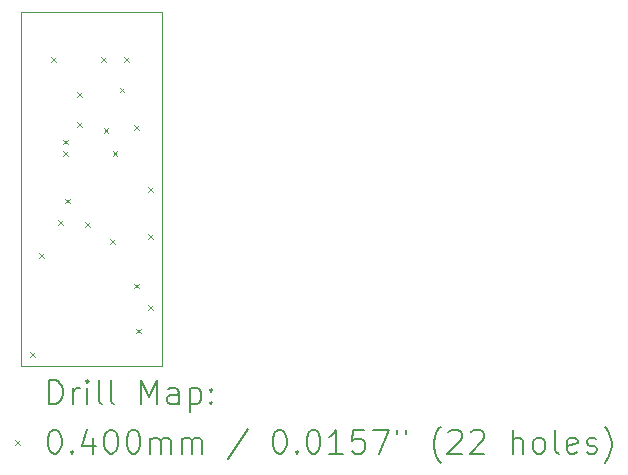
<source format=gbr>
%TF.GenerationSoftware,KiCad,Pcbnew,7.0.1*%
%TF.CreationDate,2024-02-21T11:36:50-08:00*%
%TF.ProjectId,G305_lipo_PMIC,47333035-5f6c-4697-906f-5f504d49432e,rev?*%
%TF.SameCoordinates,Original*%
%TF.FileFunction,Drillmap*%
%TF.FilePolarity,Positive*%
%FSLAX45Y45*%
G04 Gerber Fmt 4.5, Leading zero omitted, Abs format (unit mm)*
G04 Created by KiCad (PCBNEW 7.0.1) date 2024-02-21 11:36:50*
%MOMM*%
%LPD*%
G01*
G04 APERTURE LIST*
%ADD10C,0.100000*%
%ADD11C,0.200000*%
%ADD12C,0.040000*%
G04 APERTURE END LIST*
D10*
X11200000Y-7000000D02*
X10000000Y-7000000D01*
X11200000Y-10000000D02*
X11200000Y-7000000D01*
X10000000Y-7000000D02*
X10000000Y-10000000D01*
X10000000Y-10000000D02*
X11200000Y-10000000D01*
D11*
D12*
X10080000Y-9880000D02*
X10120000Y-9920000D01*
X10120000Y-9880000D02*
X10080000Y-9920000D01*
X10160000Y-9040000D02*
X10200000Y-9080000D01*
X10200000Y-9040000D02*
X10160000Y-9080000D01*
X10260000Y-7380000D02*
X10300000Y-7420000D01*
X10300000Y-7380000D02*
X10260000Y-7420000D01*
X10320000Y-8760000D02*
X10360000Y-8800000D01*
X10360000Y-8760000D02*
X10320000Y-8800000D01*
X10360000Y-8080000D02*
X10400000Y-8120000D01*
X10400000Y-8080000D02*
X10360000Y-8120000D01*
X10360000Y-8180000D02*
X10400000Y-8220000D01*
X10400000Y-8180000D02*
X10360000Y-8220000D01*
X10380000Y-8580000D02*
X10420000Y-8620000D01*
X10420000Y-8580000D02*
X10380000Y-8620000D01*
X10480000Y-7680000D02*
X10520000Y-7720000D01*
X10520000Y-7680000D02*
X10480000Y-7720000D01*
X10480000Y-7930000D02*
X10520000Y-7970000D01*
X10520000Y-7930000D02*
X10480000Y-7970000D01*
X10547450Y-8780000D02*
X10587450Y-8820000D01*
X10587450Y-8780000D02*
X10547450Y-8820000D01*
X10680000Y-7380000D02*
X10720000Y-7420000D01*
X10720000Y-7380000D02*
X10680000Y-7420000D01*
X10705000Y-7980000D02*
X10745000Y-8020000D01*
X10745000Y-7980000D02*
X10705000Y-8020000D01*
X10760000Y-8920000D02*
X10800000Y-8960000D01*
X10800000Y-8920000D02*
X10760000Y-8960000D01*
X10780000Y-8180000D02*
X10820000Y-8220000D01*
X10820000Y-8180000D02*
X10780000Y-8220000D01*
X10840000Y-7640000D02*
X10880000Y-7680000D01*
X10880000Y-7640000D02*
X10840000Y-7680000D01*
X10880000Y-7380000D02*
X10920000Y-7420000D01*
X10920000Y-7380000D02*
X10880000Y-7420000D01*
X10960000Y-7960000D02*
X11000000Y-8000000D01*
X11000000Y-7960000D02*
X10960000Y-8000000D01*
X10960000Y-9300000D02*
X11000000Y-9340000D01*
X11000000Y-9300000D02*
X10960000Y-9340000D01*
X10980000Y-9680000D02*
X11020000Y-9720000D01*
X11020000Y-9680000D02*
X10980000Y-9720000D01*
X11080000Y-8480000D02*
X11120000Y-8520000D01*
X11120000Y-8480000D02*
X11080000Y-8520000D01*
X11080000Y-8880000D02*
X11120000Y-8920000D01*
X11120000Y-8880000D02*
X11080000Y-8920000D01*
X11080000Y-9480000D02*
X11120000Y-9520000D01*
X11120000Y-9480000D02*
X11080000Y-9520000D01*
D11*
X10242619Y-10317524D02*
X10242619Y-10117524D01*
X10242619Y-10117524D02*
X10290238Y-10117524D01*
X10290238Y-10117524D02*
X10318810Y-10127048D01*
X10318810Y-10127048D02*
X10337857Y-10146095D01*
X10337857Y-10146095D02*
X10347381Y-10165143D01*
X10347381Y-10165143D02*
X10356905Y-10203238D01*
X10356905Y-10203238D02*
X10356905Y-10231810D01*
X10356905Y-10231810D02*
X10347381Y-10269905D01*
X10347381Y-10269905D02*
X10337857Y-10288952D01*
X10337857Y-10288952D02*
X10318810Y-10308000D01*
X10318810Y-10308000D02*
X10290238Y-10317524D01*
X10290238Y-10317524D02*
X10242619Y-10317524D01*
X10442619Y-10317524D02*
X10442619Y-10184190D01*
X10442619Y-10222286D02*
X10452143Y-10203238D01*
X10452143Y-10203238D02*
X10461667Y-10193714D01*
X10461667Y-10193714D02*
X10480714Y-10184190D01*
X10480714Y-10184190D02*
X10499762Y-10184190D01*
X10566429Y-10317524D02*
X10566429Y-10184190D01*
X10566429Y-10117524D02*
X10556905Y-10127048D01*
X10556905Y-10127048D02*
X10566429Y-10136571D01*
X10566429Y-10136571D02*
X10575952Y-10127048D01*
X10575952Y-10127048D02*
X10566429Y-10117524D01*
X10566429Y-10117524D02*
X10566429Y-10136571D01*
X10690238Y-10317524D02*
X10671190Y-10308000D01*
X10671190Y-10308000D02*
X10661667Y-10288952D01*
X10661667Y-10288952D02*
X10661667Y-10117524D01*
X10795000Y-10317524D02*
X10775952Y-10308000D01*
X10775952Y-10308000D02*
X10766429Y-10288952D01*
X10766429Y-10288952D02*
X10766429Y-10117524D01*
X11023571Y-10317524D02*
X11023571Y-10117524D01*
X11023571Y-10117524D02*
X11090238Y-10260381D01*
X11090238Y-10260381D02*
X11156905Y-10117524D01*
X11156905Y-10117524D02*
X11156905Y-10317524D01*
X11337857Y-10317524D02*
X11337857Y-10212762D01*
X11337857Y-10212762D02*
X11328333Y-10193714D01*
X11328333Y-10193714D02*
X11309286Y-10184190D01*
X11309286Y-10184190D02*
X11271190Y-10184190D01*
X11271190Y-10184190D02*
X11252143Y-10193714D01*
X11337857Y-10308000D02*
X11318809Y-10317524D01*
X11318809Y-10317524D02*
X11271190Y-10317524D01*
X11271190Y-10317524D02*
X11252143Y-10308000D01*
X11252143Y-10308000D02*
X11242619Y-10288952D01*
X11242619Y-10288952D02*
X11242619Y-10269905D01*
X11242619Y-10269905D02*
X11252143Y-10250857D01*
X11252143Y-10250857D02*
X11271190Y-10241333D01*
X11271190Y-10241333D02*
X11318809Y-10241333D01*
X11318809Y-10241333D02*
X11337857Y-10231810D01*
X11433095Y-10184190D02*
X11433095Y-10384190D01*
X11433095Y-10193714D02*
X11452143Y-10184190D01*
X11452143Y-10184190D02*
X11490238Y-10184190D01*
X11490238Y-10184190D02*
X11509286Y-10193714D01*
X11509286Y-10193714D02*
X11518809Y-10203238D01*
X11518809Y-10203238D02*
X11528333Y-10222286D01*
X11528333Y-10222286D02*
X11528333Y-10279429D01*
X11528333Y-10279429D02*
X11518809Y-10298476D01*
X11518809Y-10298476D02*
X11509286Y-10308000D01*
X11509286Y-10308000D02*
X11490238Y-10317524D01*
X11490238Y-10317524D02*
X11452143Y-10317524D01*
X11452143Y-10317524D02*
X11433095Y-10308000D01*
X11614048Y-10298476D02*
X11623571Y-10308000D01*
X11623571Y-10308000D02*
X11614048Y-10317524D01*
X11614048Y-10317524D02*
X11604524Y-10308000D01*
X11604524Y-10308000D02*
X11614048Y-10298476D01*
X11614048Y-10298476D02*
X11614048Y-10317524D01*
X11614048Y-10193714D02*
X11623571Y-10203238D01*
X11623571Y-10203238D02*
X11614048Y-10212762D01*
X11614048Y-10212762D02*
X11604524Y-10203238D01*
X11604524Y-10203238D02*
X11614048Y-10193714D01*
X11614048Y-10193714D02*
X11614048Y-10212762D01*
D12*
X9955000Y-10625000D02*
X9995000Y-10665000D01*
X9995000Y-10625000D02*
X9955000Y-10665000D01*
D11*
X10280714Y-10537524D02*
X10299762Y-10537524D01*
X10299762Y-10537524D02*
X10318810Y-10547048D01*
X10318810Y-10547048D02*
X10328333Y-10556571D01*
X10328333Y-10556571D02*
X10337857Y-10575619D01*
X10337857Y-10575619D02*
X10347381Y-10613714D01*
X10347381Y-10613714D02*
X10347381Y-10661333D01*
X10347381Y-10661333D02*
X10337857Y-10699429D01*
X10337857Y-10699429D02*
X10328333Y-10718476D01*
X10328333Y-10718476D02*
X10318810Y-10728000D01*
X10318810Y-10728000D02*
X10299762Y-10737524D01*
X10299762Y-10737524D02*
X10280714Y-10737524D01*
X10280714Y-10737524D02*
X10261667Y-10728000D01*
X10261667Y-10728000D02*
X10252143Y-10718476D01*
X10252143Y-10718476D02*
X10242619Y-10699429D01*
X10242619Y-10699429D02*
X10233095Y-10661333D01*
X10233095Y-10661333D02*
X10233095Y-10613714D01*
X10233095Y-10613714D02*
X10242619Y-10575619D01*
X10242619Y-10575619D02*
X10252143Y-10556571D01*
X10252143Y-10556571D02*
X10261667Y-10547048D01*
X10261667Y-10547048D02*
X10280714Y-10537524D01*
X10433095Y-10718476D02*
X10442619Y-10728000D01*
X10442619Y-10728000D02*
X10433095Y-10737524D01*
X10433095Y-10737524D02*
X10423571Y-10728000D01*
X10423571Y-10728000D02*
X10433095Y-10718476D01*
X10433095Y-10718476D02*
X10433095Y-10737524D01*
X10614048Y-10604190D02*
X10614048Y-10737524D01*
X10566429Y-10528000D02*
X10518810Y-10670857D01*
X10518810Y-10670857D02*
X10642619Y-10670857D01*
X10756905Y-10537524D02*
X10775952Y-10537524D01*
X10775952Y-10537524D02*
X10795000Y-10547048D01*
X10795000Y-10547048D02*
X10804524Y-10556571D01*
X10804524Y-10556571D02*
X10814048Y-10575619D01*
X10814048Y-10575619D02*
X10823571Y-10613714D01*
X10823571Y-10613714D02*
X10823571Y-10661333D01*
X10823571Y-10661333D02*
X10814048Y-10699429D01*
X10814048Y-10699429D02*
X10804524Y-10718476D01*
X10804524Y-10718476D02*
X10795000Y-10728000D01*
X10795000Y-10728000D02*
X10775952Y-10737524D01*
X10775952Y-10737524D02*
X10756905Y-10737524D01*
X10756905Y-10737524D02*
X10737857Y-10728000D01*
X10737857Y-10728000D02*
X10728333Y-10718476D01*
X10728333Y-10718476D02*
X10718810Y-10699429D01*
X10718810Y-10699429D02*
X10709286Y-10661333D01*
X10709286Y-10661333D02*
X10709286Y-10613714D01*
X10709286Y-10613714D02*
X10718810Y-10575619D01*
X10718810Y-10575619D02*
X10728333Y-10556571D01*
X10728333Y-10556571D02*
X10737857Y-10547048D01*
X10737857Y-10547048D02*
X10756905Y-10537524D01*
X10947381Y-10537524D02*
X10966429Y-10537524D01*
X10966429Y-10537524D02*
X10985476Y-10547048D01*
X10985476Y-10547048D02*
X10995000Y-10556571D01*
X10995000Y-10556571D02*
X11004524Y-10575619D01*
X11004524Y-10575619D02*
X11014048Y-10613714D01*
X11014048Y-10613714D02*
X11014048Y-10661333D01*
X11014048Y-10661333D02*
X11004524Y-10699429D01*
X11004524Y-10699429D02*
X10995000Y-10718476D01*
X10995000Y-10718476D02*
X10985476Y-10728000D01*
X10985476Y-10728000D02*
X10966429Y-10737524D01*
X10966429Y-10737524D02*
X10947381Y-10737524D01*
X10947381Y-10737524D02*
X10928333Y-10728000D01*
X10928333Y-10728000D02*
X10918810Y-10718476D01*
X10918810Y-10718476D02*
X10909286Y-10699429D01*
X10909286Y-10699429D02*
X10899762Y-10661333D01*
X10899762Y-10661333D02*
X10899762Y-10613714D01*
X10899762Y-10613714D02*
X10909286Y-10575619D01*
X10909286Y-10575619D02*
X10918810Y-10556571D01*
X10918810Y-10556571D02*
X10928333Y-10547048D01*
X10928333Y-10547048D02*
X10947381Y-10537524D01*
X11099762Y-10737524D02*
X11099762Y-10604190D01*
X11099762Y-10623238D02*
X11109286Y-10613714D01*
X11109286Y-10613714D02*
X11128333Y-10604190D01*
X11128333Y-10604190D02*
X11156905Y-10604190D01*
X11156905Y-10604190D02*
X11175952Y-10613714D01*
X11175952Y-10613714D02*
X11185476Y-10632762D01*
X11185476Y-10632762D02*
X11185476Y-10737524D01*
X11185476Y-10632762D02*
X11195000Y-10613714D01*
X11195000Y-10613714D02*
X11214048Y-10604190D01*
X11214048Y-10604190D02*
X11242619Y-10604190D01*
X11242619Y-10604190D02*
X11261667Y-10613714D01*
X11261667Y-10613714D02*
X11271190Y-10632762D01*
X11271190Y-10632762D02*
X11271190Y-10737524D01*
X11366429Y-10737524D02*
X11366429Y-10604190D01*
X11366429Y-10623238D02*
X11375952Y-10613714D01*
X11375952Y-10613714D02*
X11395000Y-10604190D01*
X11395000Y-10604190D02*
X11423571Y-10604190D01*
X11423571Y-10604190D02*
X11442619Y-10613714D01*
X11442619Y-10613714D02*
X11452143Y-10632762D01*
X11452143Y-10632762D02*
X11452143Y-10737524D01*
X11452143Y-10632762D02*
X11461667Y-10613714D01*
X11461667Y-10613714D02*
X11480714Y-10604190D01*
X11480714Y-10604190D02*
X11509286Y-10604190D01*
X11509286Y-10604190D02*
X11528333Y-10613714D01*
X11528333Y-10613714D02*
X11537857Y-10632762D01*
X11537857Y-10632762D02*
X11537857Y-10737524D01*
X11928333Y-10528000D02*
X11756905Y-10785143D01*
X12185476Y-10537524D02*
X12204524Y-10537524D01*
X12204524Y-10537524D02*
X12223572Y-10547048D01*
X12223572Y-10547048D02*
X12233095Y-10556571D01*
X12233095Y-10556571D02*
X12242619Y-10575619D01*
X12242619Y-10575619D02*
X12252143Y-10613714D01*
X12252143Y-10613714D02*
X12252143Y-10661333D01*
X12252143Y-10661333D02*
X12242619Y-10699429D01*
X12242619Y-10699429D02*
X12233095Y-10718476D01*
X12233095Y-10718476D02*
X12223572Y-10728000D01*
X12223572Y-10728000D02*
X12204524Y-10737524D01*
X12204524Y-10737524D02*
X12185476Y-10737524D01*
X12185476Y-10737524D02*
X12166429Y-10728000D01*
X12166429Y-10728000D02*
X12156905Y-10718476D01*
X12156905Y-10718476D02*
X12147381Y-10699429D01*
X12147381Y-10699429D02*
X12137857Y-10661333D01*
X12137857Y-10661333D02*
X12137857Y-10613714D01*
X12137857Y-10613714D02*
X12147381Y-10575619D01*
X12147381Y-10575619D02*
X12156905Y-10556571D01*
X12156905Y-10556571D02*
X12166429Y-10547048D01*
X12166429Y-10547048D02*
X12185476Y-10537524D01*
X12337857Y-10718476D02*
X12347381Y-10728000D01*
X12347381Y-10728000D02*
X12337857Y-10737524D01*
X12337857Y-10737524D02*
X12328333Y-10728000D01*
X12328333Y-10728000D02*
X12337857Y-10718476D01*
X12337857Y-10718476D02*
X12337857Y-10737524D01*
X12471191Y-10537524D02*
X12490238Y-10537524D01*
X12490238Y-10537524D02*
X12509286Y-10547048D01*
X12509286Y-10547048D02*
X12518810Y-10556571D01*
X12518810Y-10556571D02*
X12528333Y-10575619D01*
X12528333Y-10575619D02*
X12537857Y-10613714D01*
X12537857Y-10613714D02*
X12537857Y-10661333D01*
X12537857Y-10661333D02*
X12528333Y-10699429D01*
X12528333Y-10699429D02*
X12518810Y-10718476D01*
X12518810Y-10718476D02*
X12509286Y-10728000D01*
X12509286Y-10728000D02*
X12490238Y-10737524D01*
X12490238Y-10737524D02*
X12471191Y-10737524D01*
X12471191Y-10737524D02*
X12452143Y-10728000D01*
X12452143Y-10728000D02*
X12442619Y-10718476D01*
X12442619Y-10718476D02*
X12433095Y-10699429D01*
X12433095Y-10699429D02*
X12423572Y-10661333D01*
X12423572Y-10661333D02*
X12423572Y-10613714D01*
X12423572Y-10613714D02*
X12433095Y-10575619D01*
X12433095Y-10575619D02*
X12442619Y-10556571D01*
X12442619Y-10556571D02*
X12452143Y-10547048D01*
X12452143Y-10547048D02*
X12471191Y-10537524D01*
X12728333Y-10737524D02*
X12614048Y-10737524D01*
X12671191Y-10737524D02*
X12671191Y-10537524D01*
X12671191Y-10537524D02*
X12652143Y-10566095D01*
X12652143Y-10566095D02*
X12633095Y-10585143D01*
X12633095Y-10585143D02*
X12614048Y-10594667D01*
X12909286Y-10537524D02*
X12814048Y-10537524D01*
X12814048Y-10537524D02*
X12804524Y-10632762D01*
X12804524Y-10632762D02*
X12814048Y-10623238D01*
X12814048Y-10623238D02*
X12833095Y-10613714D01*
X12833095Y-10613714D02*
X12880714Y-10613714D01*
X12880714Y-10613714D02*
X12899762Y-10623238D01*
X12899762Y-10623238D02*
X12909286Y-10632762D01*
X12909286Y-10632762D02*
X12918810Y-10651810D01*
X12918810Y-10651810D02*
X12918810Y-10699429D01*
X12918810Y-10699429D02*
X12909286Y-10718476D01*
X12909286Y-10718476D02*
X12899762Y-10728000D01*
X12899762Y-10728000D02*
X12880714Y-10737524D01*
X12880714Y-10737524D02*
X12833095Y-10737524D01*
X12833095Y-10737524D02*
X12814048Y-10728000D01*
X12814048Y-10728000D02*
X12804524Y-10718476D01*
X12985476Y-10537524D02*
X13118810Y-10537524D01*
X13118810Y-10537524D02*
X13033095Y-10737524D01*
X13185476Y-10537524D02*
X13185476Y-10575619D01*
X13261667Y-10537524D02*
X13261667Y-10575619D01*
X13556905Y-10813714D02*
X13547381Y-10804190D01*
X13547381Y-10804190D02*
X13528334Y-10775619D01*
X13528334Y-10775619D02*
X13518810Y-10756571D01*
X13518810Y-10756571D02*
X13509286Y-10728000D01*
X13509286Y-10728000D02*
X13499762Y-10680381D01*
X13499762Y-10680381D02*
X13499762Y-10642286D01*
X13499762Y-10642286D02*
X13509286Y-10594667D01*
X13509286Y-10594667D02*
X13518810Y-10566095D01*
X13518810Y-10566095D02*
X13528334Y-10547048D01*
X13528334Y-10547048D02*
X13547381Y-10518476D01*
X13547381Y-10518476D02*
X13556905Y-10508952D01*
X13623572Y-10556571D02*
X13633095Y-10547048D01*
X13633095Y-10547048D02*
X13652143Y-10537524D01*
X13652143Y-10537524D02*
X13699762Y-10537524D01*
X13699762Y-10537524D02*
X13718810Y-10547048D01*
X13718810Y-10547048D02*
X13728334Y-10556571D01*
X13728334Y-10556571D02*
X13737857Y-10575619D01*
X13737857Y-10575619D02*
X13737857Y-10594667D01*
X13737857Y-10594667D02*
X13728334Y-10623238D01*
X13728334Y-10623238D02*
X13614048Y-10737524D01*
X13614048Y-10737524D02*
X13737857Y-10737524D01*
X13814048Y-10556571D02*
X13823572Y-10547048D01*
X13823572Y-10547048D02*
X13842619Y-10537524D01*
X13842619Y-10537524D02*
X13890238Y-10537524D01*
X13890238Y-10537524D02*
X13909286Y-10547048D01*
X13909286Y-10547048D02*
X13918810Y-10556571D01*
X13918810Y-10556571D02*
X13928334Y-10575619D01*
X13928334Y-10575619D02*
X13928334Y-10594667D01*
X13928334Y-10594667D02*
X13918810Y-10623238D01*
X13918810Y-10623238D02*
X13804524Y-10737524D01*
X13804524Y-10737524D02*
X13928334Y-10737524D01*
X14166429Y-10737524D02*
X14166429Y-10537524D01*
X14252143Y-10737524D02*
X14252143Y-10632762D01*
X14252143Y-10632762D02*
X14242619Y-10613714D01*
X14242619Y-10613714D02*
X14223572Y-10604190D01*
X14223572Y-10604190D02*
X14195000Y-10604190D01*
X14195000Y-10604190D02*
X14175953Y-10613714D01*
X14175953Y-10613714D02*
X14166429Y-10623238D01*
X14375953Y-10737524D02*
X14356905Y-10728000D01*
X14356905Y-10728000D02*
X14347381Y-10718476D01*
X14347381Y-10718476D02*
X14337857Y-10699429D01*
X14337857Y-10699429D02*
X14337857Y-10642286D01*
X14337857Y-10642286D02*
X14347381Y-10623238D01*
X14347381Y-10623238D02*
X14356905Y-10613714D01*
X14356905Y-10613714D02*
X14375953Y-10604190D01*
X14375953Y-10604190D02*
X14404524Y-10604190D01*
X14404524Y-10604190D02*
X14423572Y-10613714D01*
X14423572Y-10613714D02*
X14433096Y-10623238D01*
X14433096Y-10623238D02*
X14442619Y-10642286D01*
X14442619Y-10642286D02*
X14442619Y-10699429D01*
X14442619Y-10699429D02*
X14433096Y-10718476D01*
X14433096Y-10718476D02*
X14423572Y-10728000D01*
X14423572Y-10728000D02*
X14404524Y-10737524D01*
X14404524Y-10737524D02*
X14375953Y-10737524D01*
X14556905Y-10737524D02*
X14537857Y-10728000D01*
X14537857Y-10728000D02*
X14528334Y-10708952D01*
X14528334Y-10708952D02*
X14528334Y-10537524D01*
X14709286Y-10728000D02*
X14690238Y-10737524D01*
X14690238Y-10737524D02*
X14652143Y-10737524D01*
X14652143Y-10737524D02*
X14633096Y-10728000D01*
X14633096Y-10728000D02*
X14623572Y-10708952D01*
X14623572Y-10708952D02*
X14623572Y-10632762D01*
X14623572Y-10632762D02*
X14633096Y-10613714D01*
X14633096Y-10613714D02*
X14652143Y-10604190D01*
X14652143Y-10604190D02*
X14690238Y-10604190D01*
X14690238Y-10604190D02*
X14709286Y-10613714D01*
X14709286Y-10613714D02*
X14718810Y-10632762D01*
X14718810Y-10632762D02*
X14718810Y-10651810D01*
X14718810Y-10651810D02*
X14623572Y-10670857D01*
X14795000Y-10728000D02*
X14814048Y-10737524D01*
X14814048Y-10737524D02*
X14852143Y-10737524D01*
X14852143Y-10737524D02*
X14871191Y-10728000D01*
X14871191Y-10728000D02*
X14880715Y-10708952D01*
X14880715Y-10708952D02*
X14880715Y-10699429D01*
X14880715Y-10699429D02*
X14871191Y-10680381D01*
X14871191Y-10680381D02*
X14852143Y-10670857D01*
X14852143Y-10670857D02*
X14823572Y-10670857D01*
X14823572Y-10670857D02*
X14804524Y-10661333D01*
X14804524Y-10661333D02*
X14795000Y-10642286D01*
X14795000Y-10642286D02*
X14795000Y-10632762D01*
X14795000Y-10632762D02*
X14804524Y-10613714D01*
X14804524Y-10613714D02*
X14823572Y-10604190D01*
X14823572Y-10604190D02*
X14852143Y-10604190D01*
X14852143Y-10604190D02*
X14871191Y-10613714D01*
X14947381Y-10813714D02*
X14956905Y-10804190D01*
X14956905Y-10804190D02*
X14975953Y-10775619D01*
X14975953Y-10775619D02*
X14985477Y-10756571D01*
X14985477Y-10756571D02*
X14995000Y-10728000D01*
X14995000Y-10728000D02*
X15004524Y-10680381D01*
X15004524Y-10680381D02*
X15004524Y-10642286D01*
X15004524Y-10642286D02*
X14995000Y-10594667D01*
X14995000Y-10594667D02*
X14985477Y-10566095D01*
X14985477Y-10566095D02*
X14975953Y-10547048D01*
X14975953Y-10547048D02*
X14956905Y-10518476D01*
X14956905Y-10518476D02*
X14947381Y-10508952D01*
M02*

</source>
